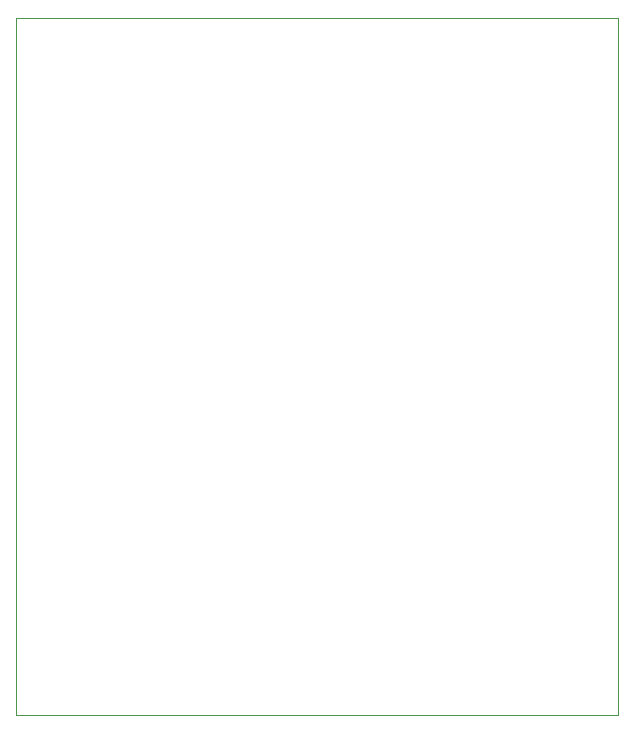
<source format=gbr>
%TF.GenerationSoftware,KiCad,Pcbnew,7.0.2-0*%
%TF.CreationDate,2025-01-08T13:19:12-05:00*%
%TF.ProjectId,plaqchek_sipm_sens,706c6171-6368-4656-9b5f-7369706d5f73,rev?*%
%TF.SameCoordinates,Original*%
%TF.FileFunction,Profile,NP*%
%FSLAX46Y46*%
G04 Gerber Fmt 4.6, Leading zero omitted, Abs format (unit mm)*
G04 Created by KiCad (PCBNEW 7.0.2-0) date 2025-01-08 13:19:12*
%MOMM*%
%LPD*%
G01*
G04 APERTURE LIST*
%TA.AperFunction,Profile*%
%ADD10C,0.100000*%
%TD*%
G04 APERTURE END LIST*
D10*
X151000000Y-57000000D02*
X202000000Y-57000000D01*
X202000000Y-116000000D01*
X151000000Y-116000000D01*
X151000000Y-57000000D01*
M02*

</source>
